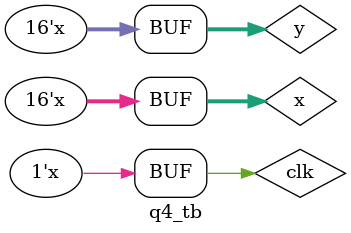
<source format=v>
module q4_tb;
    wire[15:0] q;
    reg [15:0] x,y;
    reg clk;

    initial 
    begin
        x = 2048;
        y = 1;
        clk = 0;
    end

    always
     #1 clk = ~clk;
     
    always
    begin
        #15 x = x+1;
        #15 y = y+3; 
    end
    
    q4 a(q, x, y, clk);

endmodule

</source>
